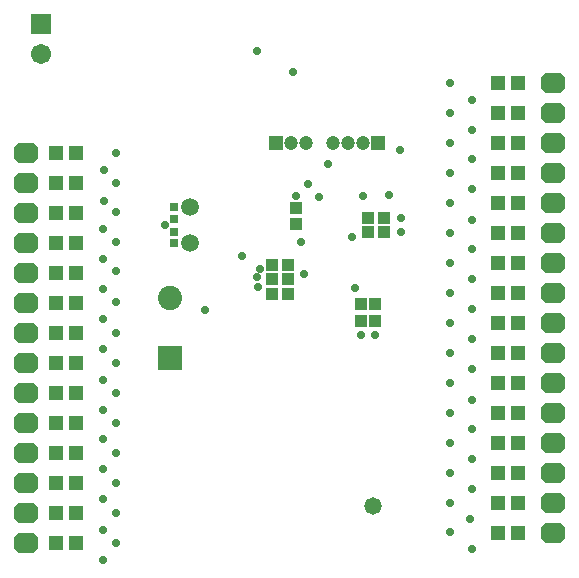
<source format=gbs>
G04*
G04 #@! TF.GenerationSoftware,Altium Limited,Altium Designer,23.9.2 (47)*
G04*
G04 Layer_Color=16711935*
%FSLAX44Y44*%
%MOMM*%
G71*
G04*
G04 #@! TF.SameCoordinates,60F5B71E-2B93-43DD-B637-9BD39DAD1F72*
G04*
G04*
G04 #@! TF.FilePolarity,Negative*
G04*
G01*
G75*
%ADD36R,1.2032X1.3032*%
%ADD37C,1.7032*%
%ADD38R,1.7032X1.7032*%
%ADD39R,1.2032X1.2032*%
%ADD40C,1.2032*%
%ADD41C,1.5032*%
%ADD42C,2.0532*%
%ADD43R,2.0532X2.0532*%
G04:AMPARAMS|DCode=44|XSize=2.1082mm|YSize=1.7272mm|CornerRadius=0mm|HoleSize=0mm|Usage=FLASHONLY|Rotation=180.000|XOffset=0mm|YOffset=0mm|HoleType=Round|Shape=Octagon|*
%AMOCTAGOND44*
4,1,8,-1.0541,0.4318,-1.0541,-0.4318,-0.6223,-0.8636,0.6223,-0.8636,1.0541,-0.4318,1.0541,0.4318,0.6223,0.8636,-0.6223,0.8636,-1.0541,0.4318,0.0*
%
%ADD44OCTAGOND44*%

%ADD45C,1.4732*%
%ADD46C,0.7112*%
%ADD73R,0.7032X0.8032*%
%ADD74R,1.0032X1.1032*%
%ADD75R,1.1032X1.0032*%
D36*
X428000Y162900D02*
D03*
X445000D02*
D03*
X428000Y188300D02*
D03*
X445000D02*
D03*
X428000Y213700D02*
D03*
X445000D02*
D03*
X428000Y239100D02*
D03*
X445000D02*
D03*
X428000Y264500D02*
D03*
X445000D02*
D03*
X428000Y289900D02*
D03*
X445000D02*
D03*
X428000Y315300D02*
D03*
X445000D02*
D03*
X428000Y340700D02*
D03*
X445000D02*
D03*
X428000Y366100D02*
D03*
X445000D02*
D03*
X428000Y391500D02*
D03*
X445000D02*
D03*
X428000Y416900D02*
D03*
X445000D02*
D03*
X428000Y442300D02*
D03*
X445000D02*
D03*
X428000Y467700D02*
D03*
X445000D02*
D03*
X428000Y493100D02*
D03*
X445000D02*
D03*
X428000Y518500D02*
D03*
X445000D02*
D03*
X428000Y543900D02*
D03*
X445000D02*
D03*
X53500Y154900D02*
D03*
X70500D02*
D03*
X53500Y180300D02*
D03*
X70500D02*
D03*
Y205700D02*
D03*
X53500D02*
D03*
X70500Y231100D02*
D03*
X53500D02*
D03*
X70500Y256500D02*
D03*
X53500D02*
D03*
X70500Y281900D02*
D03*
X53500D02*
D03*
X70500Y307300D02*
D03*
X53500D02*
D03*
X70500Y383500D02*
D03*
X53500D02*
D03*
X70500Y358100D02*
D03*
X53500D02*
D03*
X70500Y408900D02*
D03*
X53500D02*
D03*
X70500Y434300D02*
D03*
X53500D02*
D03*
X70500Y459700D02*
D03*
X53500D02*
D03*
X70500Y485100D02*
D03*
X53500D02*
D03*
X70500Y332700D02*
D03*
X53500D02*
D03*
D37*
X41250Y568750D02*
D03*
D38*
Y594150D02*
D03*
D39*
X240050Y493500D02*
D03*
X326150D02*
D03*
D40*
X252750D02*
D03*
X265450D02*
D03*
X313450D02*
D03*
X300750D02*
D03*
X288050D02*
D03*
D41*
X167250Y439250D02*
D03*
Y408250D02*
D03*
D42*
X150250Y362150D02*
D03*
D43*
Y311350D02*
D03*
D44*
X28500Y485100D02*
D03*
Y459700D02*
D03*
Y434300D02*
D03*
Y408900D02*
D03*
Y383500D02*
D03*
Y358100D02*
D03*
Y332700D02*
D03*
Y307300D02*
D03*
Y281900D02*
D03*
Y256500D02*
D03*
Y231100D02*
D03*
Y205700D02*
D03*
Y180300D02*
D03*
Y154900D02*
D03*
X474500Y543900D02*
D03*
Y518500D02*
D03*
Y493100D02*
D03*
Y467700D02*
D03*
Y442300D02*
D03*
Y416900D02*
D03*
Y391500D02*
D03*
Y366100D02*
D03*
Y340700D02*
D03*
Y315300D02*
D03*
Y289900D02*
D03*
Y264500D02*
D03*
Y239100D02*
D03*
Y213700D02*
D03*
Y188300D02*
D03*
Y162900D02*
D03*
D45*
X322250Y185500D02*
D03*
D46*
X406250Y250872D02*
D03*
X254500Y553000D02*
D03*
X224250Y571500D02*
D03*
X344750Y487250D02*
D03*
X335250Y449500D02*
D03*
X345500Y430000D02*
D03*
X283750Y475500D02*
D03*
X313500Y448750D02*
D03*
X267000Y458750D02*
D03*
X276750Y447750D02*
D03*
X94500Y470166D02*
D03*
Y444416D02*
D03*
X406250Y479416D02*
D03*
X387250Y493200D02*
D03*
X406250Y504666D02*
D03*
X387250Y417000D02*
D03*
X387350Y340819D02*
D03*
X406250Y529916D02*
D03*
X387250Y544000D02*
D03*
Y518600D02*
D03*
X406250Y454072D02*
D03*
X387250Y468127D02*
D03*
X406250Y428434D02*
D03*
X387250Y442400D02*
D03*
X406250Y403166D02*
D03*
Y377916D02*
D03*
X387350Y391755D02*
D03*
X406250Y352416D02*
D03*
Y301666D02*
D03*
Y326916D02*
D03*
X387350Y315505D02*
D03*
X406250Y275750D02*
D03*
X387250Y290000D02*
D03*
X387350Y265005D02*
D03*
X387250Y163499D02*
D03*
X406250Y149166D02*
D03*
Y225472D02*
D03*
X387350Y239505D02*
D03*
X387550Y213700D02*
D03*
X406250Y200072D02*
D03*
X404500Y174500D02*
D03*
X387250Y188400D02*
D03*
X345500Y417750D02*
D03*
X387250Y366200D02*
D03*
X306500Y370750D02*
D03*
X104500Y485200D02*
D03*
X256500Y448750D02*
D03*
X104500Y459800D02*
D03*
Y282000D02*
D03*
Y307400D02*
D03*
X146000Y423750D02*
D03*
X224750Y371000D02*
D03*
X93750Y420672D02*
D03*
X104500Y434755D02*
D03*
X104431Y358255D02*
D03*
X93750Y369872D02*
D03*
X104531Y384500D02*
D03*
X104500Y332800D02*
D03*
X224250Y379500D02*
D03*
X226189Y386875D02*
D03*
X304500Y413250D02*
D03*
X261000Y409500D02*
D03*
X180000Y351750D02*
D03*
X211500Y397750D02*
D03*
X264000Y382750D02*
D03*
X311500Y330750D02*
D03*
X323500D02*
D03*
X93750Y395272D02*
D03*
X104500Y409505D02*
D03*
X104400Y180255D02*
D03*
X93750Y344166D02*
D03*
Y319111D02*
D03*
X104500Y256600D02*
D03*
Y231200D02*
D03*
Y205800D02*
D03*
Y155000D02*
D03*
X93750Y217166D02*
D03*
Y242416D02*
D03*
Y165416D02*
D03*
Y191916D02*
D03*
Y292666D02*
D03*
Y267416D02*
D03*
Y140166D02*
D03*
D73*
X153750Y408250D02*
D03*
Y418250D02*
D03*
Y429250D02*
D03*
Y439250D02*
D03*
D74*
X250500Y390250D02*
D03*
X236500D02*
D03*
Y378000D02*
D03*
X250500D02*
D03*
X236500Y365750D02*
D03*
X250500D02*
D03*
X331750Y417750D02*
D03*
X317750D02*
D03*
X331750Y430000D02*
D03*
X317750D02*
D03*
D75*
X311500Y342750D02*
D03*
Y356750D02*
D03*
X323750Y342750D02*
D03*
Y356750D02*
D03*
X256500Y438500D02*
D03*
Y424500D02*
D03*
M02*

</source>
